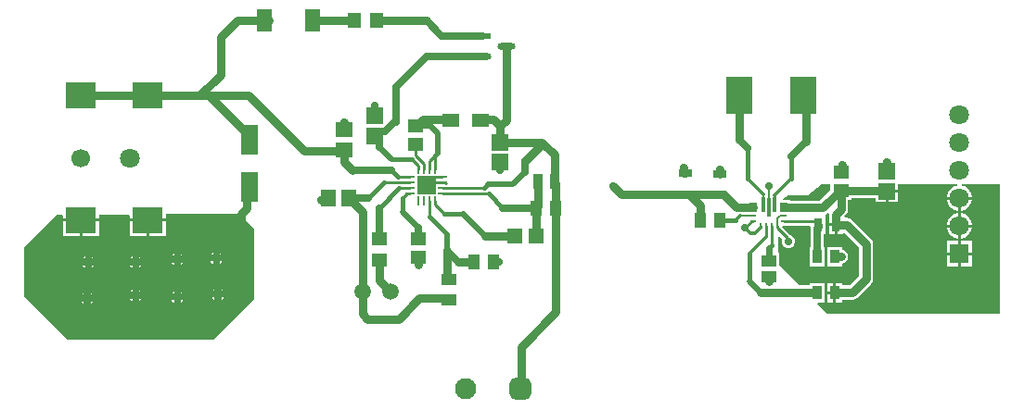
<source format=gtl>
G04*
G04 #@! TF.GenerationSoftware,Altium Limited,Altium Designer,24.2.2 (26)*
G04*
G04 Layer_Physical_Order=1*
G04 Layer_Color=255*
%FSLAX44Y44*%
%MOMM*%
G71*
G04*
G04 #@! TF.SameCoordinates,AEC4A8A8-F976-43A1-B07D-7652D342165A*
G04*
G04*
G04 #@! TF.FilePolarity,Positive*
G04*
G01*
G75*
%ADD16C,0.2540*%
%ADD17R,1.4000X2.0000*%
%ADD18R,0.8081X1.2621*%
%ADD19R,1.3562X1.0546*%
%ADD20R,0.8000X1.2500*%
%ADD21R,1.0000X1.3500*%
%ADD22R,0.2400X0.6000*%
%ADD23R,0.6000X0.2400*%
%ADD24R,1.5562X1.5046*%
%ADD25R,1.4562X1.2546*%
%ADD26R,1.3000X0.7000*%
%ADD27R,2.4130X3.4290*%
%ADD28R,2.8000X2.4000*%
%ADD29R,1.6000X2.8000*%
%ADD30R,1.5000X1.2000*%
%ADD31R,1.2000X1.4500*%
G04:AMPARAMS|DCode=32|XSize=1.636mm|YSize=0.6251mm|CornerRadius=0.3125mm|HoleSize=0mm|Usage=FLASHONLY|Rotation=0.000|XOffset=0mm|YOffset=0mm|HoleType=Round|Shape=RoundedRectangle|*
%AMROUNDEDRECTD32*
21,1,1.6360,0.0000,0,0,0.0*
21,1,1.0110,0.6251,0,0,0.0*
1,1,0.6251,0.5055,0.0000*
1,1,0.6251,-0.5055,0.0000*
1,1,0.6251,-0.5055,0.0000*
1,1,0.6251,0.5055,0.0000*
%
%ADD32ROUNDEDRECTD32*%
%ADD33R,1.6360X0.6251*%
%ADD34R,1.8034X1.8034*%
%ADD35R,0.2540X0.8128*%
%ADD36R,0.8128X0.2540*%
%ADD37R,1.5082X1.4057*%
%ADD38R,1.3621X1.1546*%
%ADD39R,0.9500X1.3500*%
%ADD40R,1.4057X1.5082*%
%ADD41R,1.3546X1.4621*%
%ADD42R,1.4500X1.2000*%
%ADD43R,1.3500X1.0000*%
%ADD56C,1.7000*%
%ADD57C,1.8000*%
%ADD63R,0.7000X0.8500*%
%ADD64R,0.3500X1.4500*%
%ADD65R,0.3500X1.8000*%
%ADD66C,0.3048*%
%ADD67C,0.7620*%
%ADD68C,0.5080*%
%ADD69C,0.4572*%
%ADD70C,0.6350*%
%ADD71C,0.3810*%
%ADD72C,0.6096*%
%ADD73C,0.2032*%
%ADD74C,0.1778*%
%ADD75C,0.4318*%
%ADD76C,0.4064*%
%ADD77C,0.7112*%
%ADD78R,1.8000X1.8000*%
%ADD79C,1.5000*%
G04:AMPARAMS|DCode=80|XSize=1.95mm|YSize=1.95mm|CornerRadius=0.4875mm|HoleSize=0mm|Usage=FLASHONLY|Rotation=180.000|XOffset=0mm|YOffset=0mm|HoleType=Round|Shape=RoundedRectangle|*
%AMROUNDEDRECTD80*
21,1,1.9500,0.9750,0,0,180.0*
21,1,0.9750,1.9500,0,0,180.0*
1,1,0.9750,-0.4875,0.4875*
1,1,0.9750,0.4875,0.4875*
1,1,0.9750,0.4875,-0.4875*
1,1,0.9750,-0.4875,-0.4875*
%
%ADD80ROUNDEDRECTD80*%
%ADD81C,1.9500*%
%ADD82C,0.5080*%
%ADD83C,0.7000*%
G36*
X485996Y1038004D02*
X486156Y1037200D01*
X487560Y1035099D01*
X489660Y1033696D01*
X490464Y1033536D01*
X499110Y1024890D01*
Y960120D01*
X462280Y923290D01*
X328930D01*
X289560Y962660D01*
Y1008380D01*
X318770Y1037590D01*
X323638Y1037627D01*
X324540Y1036732D01*
Y1033930D01*
X357620D01*
Y1037887D01*
X384638Y1038093D01*
X385540Y1037198D01*
Y1033930D01*
X418620D01*
Y1038352D01*
X485140Y1038860D01*
X485996Y1038004D01*
D02*
G37*
G36*
X1179830Y947420D02*
X1022350D01*
X1013324Y956446D01*
X1013810Y957619D01*
X1019641D01*
Y975321D01*
X1006479D01*
Y972944D01*
X996826D01*
X978331Y991439D01*
Y1003131D01*
X977900D01*
Y1017157D01*
X979073Y1017643D01*
X981132Y1015584D01*
X980750Y1014661D01*
Y1012259D01*
X981669Y1010039D01*
X983369Y1008339D01*
X985589Y1007420D01*
X987991D01*
X990211Y1008339D01*
X991910Y1010039D01*
X992830Y1012259D01*
Y1014661D01*
X991910Y1016881D01*
X990211Y1018580D01*
X988354Y1019350D01*
X981104Y1026600D01*
X981630Y1027870D01*
X982283D01*
X983010Y1027725D01*
X1006490D01*
X1007491Y1026455D01*
X1007233Y1025160D01*
Y1008341D01*
X1006479D01*
Y990639D01*
X1019641D01*
Y1008341D01*
X1018887D01*
Y1019910D01*
X1020890D01*
Y1037490D01*
X1021429Y1038537D01*
X1022887Y1039511D01*
X1022997Y1039486D01*
X1024055Y1038873D01*
X1023876Y1037970D01*
Y1037490D01*
X1023810D01*
Y1029970D01*
X1030350D01*
Y1028700D01*
X1031620D01*
Y1019910D01*
X1036890D01*
Y1020988D01*
X1038160Y1021514D01*
X1051436Y1008238D01*
Y981852D01*
X1042528Y972944D01*
X1035681D01*
Y975321D01*
X1030370D01*
Y966470D01*
Y957619D01*
X1035681D01*
Y959996D01*
X1045210D01*
X1047688Y960488D01*
X1049788Y961892D01*
X1062488Y974592D01*
X1063892Y976692D01*
X1064384Y979170D01*
Y1010920D01*
X1063892Y1013398D01*
X1062488Y1015498D01*
X1044708Y1033278D01*
X1042608Y1034682D01*
X1040130Y1035174D01*
X1038507D01*
X1037981Y1036444D01*
X1039628Y1038092D01*
X1041032Y1040192D01*
X1041524Y1042670D01*
Y1050999D01*
X1044871D01*
Y1053338D01*
X1066639D01*
Y1049117D01*
X1075690D01*
Y1059180D01*
X1076960D01*
Y1060450D01*
X1087281D01*
Y1065530D01*
X1140903D01*
X1141070Y1064260D01*
X1138546Y1063584D01*
X1135914Y1062064D01*
X1133766Y1059916D01*
X1132246Y1057284D01*
X1131460Y1054349D01*
Y1054100D01*
X1143000D01*
Y1052830D01*
D01*
Y1054100D01*
X1154540D01*
Y1054349D01*
X1153754Y1057284D01*
X1152234Y1059916D01*
X1150086Y1062064D01*
X1147454Y1063584D01*
X1144930Y1064260D01*
X1145097Y1065530D01*
X1179830D01*
Y947420D01*
D02*
G37*
G36*
X1025229Y1060155D02*
X1015658Y1050584D01*
X989050D01*
Y1050900D01*
X982613D01*
X982225Y1052109D01*
X986790Y1055370D01*
X1004570D01*
X1017270Y1065530D01*
X1025229D01*
Y1060155D01*
D02*
G37*
%LPC*%
G36*
X418620Y1031390D02*
X403350D01*
Y1018120D01*
X418620D01*
Y1031390D01*
D02*
G37*
G36*
X400810D02*
X385540D01*
Y1018120D01*
X400810D01*
Y1031390D01*
D02*
G37*
G36*
X357620D02*
X342350D01*
Y1018120D01*
X357620D01*
Y1031390D01*
D02*
G37*
G36*
X339810D02*
X324540D01*
Y1018120D01*
X339810D01*
Y1031390D01*
D02*
G37*
G36*
X467995Y1003443D02*
Y1001395D01*
X470042D01*
X469940Y1001641D01*
X468241Y1003341D01*
X467995Y1003443D01*
D02*
G37*
G36*
X461645D02*
X461399Y1003341D01*
X459700Y1001641D01*
X459598Y1001395D01*
X461645D01*
Y1003443D01*
D02*
G37*
G36*
X432435Y1002172D02*
Y1000125D01*
X434482D01*
X434380Y1000371D01*
X432681Y1002070D01*
X432435Y1002172D01*
D02*
G37*
G36*
X426085D02*
X425839Y1002070D01*
X424140Y1000371D01*
X424038Y1000125D01*
X426085D01*
Y1002172D01*
D02*
G37*
G36*
X394335Y999632D02*
Y997585D01*
X396382D01*
X396281Y997831D01*
X394581Y999530D01*
X394335Y999632D01*
D02*
G37*
G36*
X387985D02*
X387739Y999530D01*
X386040Y997831D01*
X385938Y997585D01*
X387985D01*
Y999632D01*
D02*
G37*
G36*
X351155D02*
Y997585D01*
X353203D01*
X353101Y997831D01*
X351401Y999530D01*
X351155Y999632D01*
D02*
G37*
G36*
X344805D02*
X344559Y999530D01*
X342859Y997831D01*
X342757Y997585D01*
X344805D01*
Y999632D01*
D02*
G37*
G36*
X470042Y995045D02*
X467995D01*
Y992998D01*
X468241Y993100D01*
X469940Y994799D01*
X470042Y995045D01*
D02*
G37*
G36*
X461645D02*
X459598D01*
X459700Y994799D01*
X461399Y993100D01*
X461645Y992998D01*
Y995045D01*
D02*
G37*
G36*
X434482Y993775D02*
X432435D01*
Y991728D01*
X432681Y991830D01*
X434380Y993529D01*
X434482Y993775D01*
D02*
G37*
G36*
X426085D02*
X424038D01*
X424140Y993529D01*
X425839Y991830D01*
X426085Y991728D01*
Y993775D01*
D02*
G37*
G36*
X396382Y991235D02*
X394335D01*
Y989187D01*
X394581Y989289D01*
X396281Y990989D01*
X396382Y991235D01*
D02*
G37*
G36*
X387985D02*
X385938D01*
X386040Y990989D01*
X387739Y989289D01*
X387985Y989187D01*
Y991235D01*
D02*
G37*
G36*
X353203D02*
X351155D01*
Y989187D01*
X351401Y989289D01*
X353101Y990989D01*
X353203Y991235D01*
D02*
G37*
G36*
X344805D02*
X342757D01*
X342859Y990989D01*
X344559Y989289D01*
X344805Y989187D01*
Y991235D01*
D02*
G37*
G36*
X469265Y970423D02*
Y968375D01*
X471312D01*
X471211Y968621D01*
X469511Y970321D01*
X469265Y970423D01*
D02*
G37*
G36*
X462915D02*
X462669Y970321D01*
X460970Y968621D01*
X460868Y968375D01*
X462915D01*
Y970423D01*
D02*
G37*
G36*
X394335Y969153D02*
Y967105D01*
X396382D01*
X396281Y967351D01*
X394581Y969051D01*
X394335Y969153D01*
D02*
G37*
G36*
X387985D02*
X387739Y969051D01*
X386040Y967351D01*
X385938Y967105D01*
X387985D01*
Y969153D01*
D02*
G37*
G36*
X432435Y967883D02*
Y965835D01*
X434482D01*
X434380Y966081D01*
X432681Y967781D01*
X432435Y967883D01*
D02*
G37*
G36*
X426085D02*
X425839Y967781D01*
X424140Y966081D01*
X424038Y965835D01*
X426085D01*
Y967883D01*
D02*
G37*
G36*
X349885Y966612D02*
Y964565D01*
X351932D01*
X351830Y964811D01*
X350131Y966510D01*
X349885Y966612D01*
D02*
G37*
G36*
X343535D02*
X343289Y966510D01*
X341590Y964811D01*
X341488Y964565D01*
X343535D01*
Y966612D01*
D02*
G37*
G36*
X471312Y962025D02*
X469265D01*
Y959977D01*
X469511Y960079D01*
X471211Y961779D01*
X471312Y962025D01*
D02*
G37*
G36*
X462915D02*
X460868D01*
X460970Y961779D01*
X462669Y960079D01*
X462915Y959977D01*
Y962025D01*
D02*
G37*
G36*
X396382Y960755D02*
X394335D01*
Y958708D01*
X394581Y958810D01*
X396281Y960509D01*
X396382Y960755D01*
D02*
G37*
G36*
X387985D02*
X385938D01*
X386040Y960509D01*
X387739Y958810D01*
X387985Y958708D01*
Y960755D01*
D02*
G37*
G36*
X434482Y959485D02*
X432435D01*
Y957438D01*
X432681Y957540D01*
X434380Y959239D01*
X434482Y959485D01*
D02*
G37*
G36*
X426085D02*
X424038D01*
X424140Y959239D01*
X425839Y957540D01*
X426085Y957438D01*
Y959485D01*
D02*
G37*
G36*
X351932Y958215D02*
X349885D01*
Y956168D01*
X350131Y956270D01*
X351830Y957969D01*
X351932Y958215D01*
D02*
G37*
G36*
X343535D02*
X341488D01*
X341590Y957969D01*
X343289Y956270D01*
X343535Y956168D01*
Y958215D01*
D02*
G37*
G36*
X1087281Y1057910D02*
X1078230D01*
Y1049117D01*
X1087281D01*
Y1057910D01*
D02*
G37*
G36*
X1154540Y1051560D02*
X1144270D01*
Y1041290D01*
X1144519D01*
X1147454Y1042076D01*
X1150086Y1043596D01*
X1152234Y1045744D01*
X1153754Y1048376D01*
X1154540Y1051311D01*
Y1051560D01*
D02*
G37*
G36*
X1141730D02*
X1131460D01*
Y1051311D01*
X1132246Y1048376D01*
X1133766Y1045744D01*
X1135914Y1043596D01*
X1138546Y1042076D01*
X1141481Y1041290D01*
X1141730D01*
Y1051560D01*
D02*
G37*
G36*
X1144519Y1038970D02*
X1144270D01*
Y1028700D01*
X1154540D01*
Y1028949D01*
X1153754Y1031884D01*
X1152234Y1034516D01*
X1150086Y1036664D01*
X1147454Y1038184D01*
X1144519Y1038970D01*
D02*
G37*
G36*
X1141730D02*
X1141481D01*
X1138546Y1038184D01*
X1135914Y1036664D01*
X1133766Y1034516D01*
X1132246Y1031884D01*
X1131460Y1028949D01*
Y1028700D01*
X1141730D01*
Y1038970D01*
D02*
G37*
G36*
X1029080Y1027430D02*
X1023810D01*
Y1019910D01*
X1029080D01*
Y1027430D01*
D02*
G37*
G36*
X1154540Y1026160D02*
X1144270D01*
Y1015890D01*
X1144519D01*
X1147454Y1016676D01*
X1150086Y1018196D01*
X1152234Y1020344D01*
X1153754Y1022976D01*
X1154540Y1025911D01*
Y1026160D01*
D02*
G37*
G36*
X1141730D02*
X1131460D01*
Y1025911D01*
X1132246Y1022976D01*
X1133766Y1020344D01*
X1135914Y1018196D01*
X1138546Y1016676D01*
X1141481Y1015890D01*
X1141730D01*
Y1026160D01*
D02*
G37*
G36*
X1154540Y1013570D02*
X1144270D01*
Y1003300D01*
X1154540D01*
Y1013570D01*
D02*
G37*
G36*
X1141730D02*
X1131460D01*
Y1003300D01*
X1141730D01*
Y1013570D01*
D02*
G37*
G36*
X1035681Y1008341D02*
X1022519D01*
Y990639D01*
X1035681D01*
Y993141D01*
X1037528Y993508D01*
X1039628Y994912D01*
X1041032Y997012D01*
X1041524Y999490D01*
X1041032Y1001968D01*
X1039628Y1004068D01*
X1037528Y1005472D01*
X1035681Y1005839D01*
Y1008341D01*
D02*
G37*
G36*
X1154540Y1000760D02*
X1144270D01*
Y990490D01*
X1154540D01*
Y1000760D01*
D02*
G37*
G36*
X1141730D02*
X1131460D01*
Y990490D01*
X1141730D01*
Y1000760D01*
D02*
G37*
G36*
X1027830Y975321D02*
X1022519D01*
Y967740D01*
X1027830D01*
Y975321D01*
D02*
G37*
G36*
Y965200D02*
X1022519D01*
Y957619D01*
X1027830D01*
Y965200D01*
D02*
G37*
%LPD*%
D16*
X487680Y1018540D02*
X490220D01*
X947420Y1026160D02*
X947900D01*
X924560Y1056030D02*
X927560D01*
X892810Y1056640D02*
X893115Y1056335D01*
X896115D01*
X924255D02*
X924560Y1056030D01*
X947900Y1026160D02*
X953350Y1031610D01*
X966510Y1017310D02*
Y1027360D01*
X953350Y1031610D02*
X955010D01*
X961510Y1025700D02*
Y1027360D01*
X971510Y1009610D02*
Y1027360D01*
X976510Y1025700D02*
X985937Y1016273D01*
Y1014313D02*
X986790Y1013460D01*
X985937Y1014313D02*
Y1016273D01*
X976510Y1025700D02*
Y1027360D01*
X976580Y1027430D01*
X1014350Y1028700D02*
Y1028880D01*
X1011620Y1031610D02*
X1014350Y1028880D01*
X983010Y1031610D02*
X1011620D01*
X973916Y1055052D02*
X974010Y1054958D01*
X974030Y1055052D02*
X974569Y1055849D01*
X1000760Y1146810D02*
X1003300Y1144270D01*
X1076328Y1059812D02*
X1076960Y1059180D01*
X1034042Y1059812D02*
X1035050D01*
X1076960Y1077196D02*
X1078230Y1078466D01*
X671282Y1067268D02*
X674076D01*
X659050D02*
X671282D01*
X674456Y1066808D02*
Y1066888D01*
X674076Y1067268D02*
X674456Y1066888D01*
X762000Y1102360D02*
Y1103630D01*
X671282Y1062268D02*
X691248D01*
X691328Y1062188D02*
X709128D01*
X691248Y1062268D02*
X691328Y1062188D01*
X671282Y1057268D02*
X713112D01*
X659050Y1087040D02*
X664050Y1092040D01*
Y1079500D02*
Y1092040D01*
X659050Y1079500D02*
Y1087040D01*
X630802Y1072268D02*
X641818D01*
X566048Y1051560D02*
X567318Y1052830D01*
X664050Y1047242D02*
X672432Y1038860D01*
X664050Y1047242D02*
Y1050036D01*
X756518Y1043648D02*
X756810Y1043940D01*
X758310Y1045440D01*
X773310Y1068070D02*
X774810Y1066570D01*
X675640Y979280D02*
X676910Y978010D01*
X659050Y1036400D02*
Y1050036D01*
X639024Y1057268D02*
X641818D01*
X635000Y1053244D02*
X639024Y1057268D01*
X631738Y1062268D02*
X641818D01*
X675530Y961390D02*
X676910Y960010D01*
X617688Y1067268D02*
X641818D01*
X580762Y1096010D02*
X581660Y1096908D01*
X642954Y1088390D02*
X649050Y1082294D01*
Y1079500D02*
Y1082294D01*
X659050Y1067268D02*
X663948Y1072166D01*
X656550Y1064768D02*
X659050Y1067268D01*
X663948Y1072166D02*
X666674D01*
X666777Y1072268D02*
X671282D01*
X666674Y1072166D02*
X666777Y1072268D01*
X723642Y1085614D02*
X723900D01*
X646430Y1092277D02*
X654050Y1084657D01*
Y1079500D02*
Y1084657D01*
X646430Y1092277D02*
Y1102360D01*
D17*
X552860Y1215390D02*
D03*
X508860D02*
D03*
D18*
X1029100Y999490D02*
D03*
X1013060D02*
D03*
Y966470D02*
D03*
X1029100D02*
D03*
D19*
X969010Y995318D02*
D03*
Y980802D02*
D03*
D20*
X1030350Y1028700D02*
D03*
X1014350D02*
D03*
D21*
X924670Y1032510D02*
D03*
X906670D02*
D03*
X756810Y1043940D02*
D03*
X774810D02*
D03*
X699550Y994410D02*
D03*
X717550D02*
D03*
D22*
X961510Y1027360D02*
D03*
X966510D02*
D03*
X971510D02*
D03*
X976510D02*
D03*
D23*
X983010Y1031610D02*
D03*
Y1036610D02*
D03*
X955010D02*
D03*
Y1031610D02*
D03*
D24*
X1076960Y1059180D02*
D03*
Y1077196D02*
D03*
X609600Y1109862D02*
D03*
Y1127878D02*
D03*
X723900Y1085614D02*
D03*
Y1103630D02*
D03*
D25*
X1035050Y1059812D02*
D03*
Y1076328D02*
D03*
X646430Y1118876D02*
D03*
Y1102360D02*
D03*
D26*
X924560Y1056030D02*
D03*
Y1075030D02*
D03*
X892810Y1056640D02*
D03*
Y1075640D02*
D03*
D27*
X942340Y1146810D02*
D03*
X1000760D02*
D03*
D28*
X341080Y1146660D02*
D03*
Y1032660D02*
D03*
X402080Y1146660D02*
D03*
Y1032660D02*
D03*
D29*
X495300Y1106080D02*
D03*
Y1063080D02*
D03*
D30*
X705650Y1123950D02*
D03*
X678650D02*
D03*
D31*
X590710Y1215390D02*
D03*
X610710D02*
D03*
D32*
X729192Y1191920D02*
D03*
X707390Y1182420D02*
D03*
D33*
Y1201420D02*
D03*
D34*
X656550Y1064768D02*
D03*
D35*
X649050Y1079500D02*
D03*
X654050D02*
D03*
X659050D02*
D03*
X664050D02*
D03*
Y1050036D02*
D03*
X659050D02*
D03*
X654050D02*
D03*
X649050D02*
D03*
D36*
X671282Y1072268D02*
D03*
Y1067268D02*
D03*
Y1062268D02*
D03*
Y1057268D02*
D03*
X641818D02*
D03*
Y1062268D02*
D03*
Y1067268D02*
D03*
Y1072268D02*
D03*
D37*
X581660Y1115432D02*
D03*
Y1096908D02*
D03*
D38*
X648970Y1015868D02*
D03*
Y998352D02*
D03*
D39*
X758310Y1068070D02*
D03*
X773310D02*
D03*
D40*
X567318Y1052830D02*
D03*
X585842D02*
D03*
D41*
X756518Y1018540D02*
D03*
X737002D02*
D03*
D42*
X613410Y1015840D02*
D03*
Y995840D02*
D03*
D43*
X676910Y960010D02*
D03*
Y978010D02*
D03*
D56*
X341080Y1089660D02*
D03*
D57*
X1143000Y1052830D02*
D03*
Y1027430D02*
D03*
Y1078230D02*
D03*
Y1103630D02*
D03*
Y1129030D02*
D03*
X386080Y1089660D02*
D03*
D63*
X983010Y1044110D02*
D03*
D03*
X955010D02*
D03*
D03*
D64*
X974010Y1046610D02*
D03*
X964010D02*
D03*
D65*
X969010Y1044860D02*
D03*
D66*
X947420Y1026160D02*
X952500Y1021080D01*
X956890D01*
X961510Y1025700D01*
X938530Y1032510D02*
X942630Y1036610D01*
X951230Y1002030D02*
X966510Y1017310D01*
X974569Y1055849D02*
X989330Y1070610D01*
X949960D02*
X964010Y1056560D01*
D67*
X1076960Y1079736D02*
X1078230Y1078466D01*
X492138Y1059918D02*
X495300Y1063080D01*
X487680Y1018540D02*
Y1038860D01*
X492138Y1043318D02*
Y1059918D01*
X487680Y1038860D02*
X492138Y1043318D01*
X1029100Y966470D02*
X1045210D01*
X1057910Y979170D01*
X961390Y966470D02*
X1013060D01*
X906670Y1032510D02*
Y1045780D01*
X939480Y1044110D02*
X955010D01*
X927560Y1056030D02*
X939480Y1044110D01*
X891540Y1075950D02*
Y1080770D01*
Y1075950D02*
X891850Y1075640D01*
X892810D01*
X924560Y1075030D02*
Y1079500D01*
X942340Y1106170D02*
Y1146810D01*
X826770Y1064260D02*
X834390Y1056640D01*
X892810D01*
X896115Y1056335D02*
X906670Y1045780D01*
X896115Y1056335D02*
X924255D01*
X969010Y976320D02*
Y980802D01*
X1057910Y979170D02*
Y1010920D01*
X1029100Y999490D02*
X1035050D01*
X1040130Y1028700D02*
X1057910Y1010920D01*
X1014350Y1026450D02*
Y1028700D01*
X1030350D02*
X1040130D01*
X1030350D02*
Y1037970D01*
X983010Y1044110D02*
X1018340D01*
X1034042Y1059812D01*
X1003300Y1104900D02*
Y1144270D01*
X1030350Y1037970D02*
X1035050Y1042670D01*
Y1059812D01*
X1076328D01*
X1035050Y1076328D02*
X1036320Y1077598D01*
Y1083310D01*
X1076960Y1079736D02*
Y1085850D01*
X774810Y1043940D02*
Y1066570D01*
Y948800D02*
Y1043940D01*
X742950Y879280D02*
Y916940D01*
X742550Y878880D02*
X742950Y879280D01*
Y916940D02*
X774810Y948800D01*
X458220Y1146660D02*
X494180D01*
X449430D02*
X458220D01*
X494030Y1110850D01*
X653782Y1125220D02*
X678650D01*
X705650D02*
X717550D01*
X613410Y977900D02*
X623570Y967740D01*
X613410Y977900D02*
Y995840D01*
X602634Y942340D02*
X631190D01*
X650240Y961390D01*
X675530D01*
X598170Y946804D02*
Y967740D01*
Y946804D02*
X602634Y942340D01*
X589574Y1049099D02*
X598170Y1040502D01*
Y967740D02*
Y1040502D01*
X585842Y1052318D02*
Y1052830D01*
Y1052318D02*
X589061Y1049099D01*
X589574D01*
X648970Y991870D02*
Y998352D01*
X581660Y1115432D02*
Y1122680D01*
X560070Y1051560D02*
X566048D01*
X746760Y1087120D02*
X762000Y1102360D01*
X581660Y1085850D02*
Y1096908D01*
Y1085850D02*
X589280Y1078230D01*
X723900Y1118870D02*
X729192Y1124162D01*
Y1191920D01*
X709930Y1018540D02*
X737002D01*
X756518D02*
Y1043648D01*
X758310Y1045440D02*
Y1068070D01*
X773310D02*
Y1092320D01*
X723900Y1103630D02*
X762000D01*
X773310Y1092320D01*
X717550Y1125220D02*
X723900Y1118870D01*
Y1103630D02*
Y1118870D01*
X675640Y979280D02*
Y1004570D01*
X685800Y994410D02*
X699550D01*
X610710Y1215390D02*
X656590D01*
X549110D02*
X590710D01*
X544830Y1096010D02*
X580762D01*
X494180Y1146660D02*
X544830Y1096010D01*
X468630Y1200150D02*
X483870Y1215390D01*
X512610D01*
X468630Y1165860D02*
Y1200150D01*
X402080Y1146660D02*
X449430D01*
X468630Y1165860D01*
X341080Y1146660D02*
X402080D01*
X647438Y1118876D02*
X653782Y1125220D01*
D68*
X951230Y976630D02*
X961390Y966470D01*
X609600Y1127878D02*
Y1137920D01*
X735330Y1065530D02*
X746760Y1076960D01*
X712470Y1065530D02*
X735330D01*
X660394Y1118876D02*
X666750Y1112520D01*
X647438Y1118876D02*
X660394D01*
X666750Y1094740D02*
Y1112520D01*
X675640Y1004570D02*
Y1019810D01*
X635000Y1040130D02*
X648970Y1026160D01*
X613410Y1099820D02*
X624840Y1088390D01*
D69*
X924670Y1032510D02*
X938530D01*
X969010Y1007110D02*
X971510Y1009610D01*
X989330Y1070610D02*
Y1090930D01*
X949960Y1070610D02*
Y1098550D01*
X672432Y1038860D02*
X689610D01*
X713112Y1057268D02*
X726440Y1043940D01*
X624840Y1078230D02*
X630802Y1072268D01*
X603250Y1052830D02*
X617688Y1067268D01*
D70*
X942340Y1106170D02*
X949960Y1098550D01*
X1013060Y999490D02*
Y1025160D01*
X989330Y1090930D02*
X1003300Y1104900D01*
X628526Y1122556D02*
X628650Y1122680D01*
X626900Y1122556D02*
X628526D01*
X618555Y1114210D02*
X626900Y1122556D01*
X628650Y1122680D02*
Y1154430D01*
X656640Y1182420D01*
X614206Y1114210D02*
X618555D01*
X656640Y1182420D02*
X707390D01*
X585842Y1052830D02*
X603250D01*
X613410Y1109862D02*
Y1113414D01*
X614206Y1114210D01*
X609600Y1109862D02*
X613410D01*
Y1099820D02*
Y1109862D01*
X746760Y1076960D02*
Y1087120D01*
X589280Y1078230D02*
X624840D01*
X726440Y1043940D02*
X756810D01*
X675640Y1004570D02*
X685800Y994410D01*
X648970Y1015868D02*
Y1026160D01*
X613410Y1015840D02*
Y1043940D01*
X670560Y1201420D02*
X707390D01*
D71*
X951230Y976630D02*
Y1002030D01*
X709128Y1062188D02*
X712470Y1065530D01*
X635000Y1040130D02*
Y1053244D01*
X624840Y1088390D02*
X642954D01*
D72*
X969010Y995318D02*
Y1007110D01*
X689610Y1038860D02*
X709930Y1018540D01*
D73*
X976580Y1027430D02*
Y1034004D01*
X979116Y1036540D01*
X982940D01*
X942630Y1036610D02*
X955010D01*
X974010Y1046610D02*
Y1054958D01*
X964010Y1046610D02*
Y1056560D01*
X969010Y1044860D02*
Y1064260D01*
D74*
X973916Y1055052D02*
X973959Y1055009D01*
D75*
X664050Y1092040D02*
X666750Y1094740D01*
X659050Y1036400D02*
X675640Y1019810D01*
D76*
X613410Y1043940D02*
X631738Y1062268D01*
D77*
X656590Y1215390D02*
X670560Y1201420D01*
D78*
X1143000Y1002030D02*
D03*
D79*
X598170Y967740D02*
D03*
X623570D02*
D03*
D80*
X742550Y878880D02*
D03*
D81*
X692550D02*
D03*
D82*
X659130Y1069340D02*
D03*
X662289Y1059768D02*
D03*
X650811D02*
D03*
X656590Y1061720D02*
D03*
X651510Y1069340D02*
D03*
D83*
X969010Y976320D02*
D03*
X826770Y1064260D02*
D03*
X891540Y1080770D02*
D03*
X924560Y1079500D02*
D03*
X947420Y1026160D02*
D03*
X969010Y1064260D02*
D03*
X986790Y1013460D02*
D03*
X1035050Y999490D02*
D03*
X1036320Y1083310D02*
D03*
X1076960Y1085850D02*
D03*
X723900Y1078230D02*
D03*
X628650Y1122680D02*
D03*
X648970Y991870D02*
D03*
X722630Y994410D02*
D03*
X609600Y1137920D02*
D03*
X581660Y1122680D02*
D03*
X560070Y1051560D02*
D03*
X466090Y965200D02*
D03*
X464820Y998220D02*
D03*
X429260Y962660D02*
D03*
Y996950D02*
D03*
X391160Y963930D02*
D03*
Y994410D02*
D03*
X346710Y961390D02*
D03*
X347980Y994410D02*
D03*
M02*

</source>
